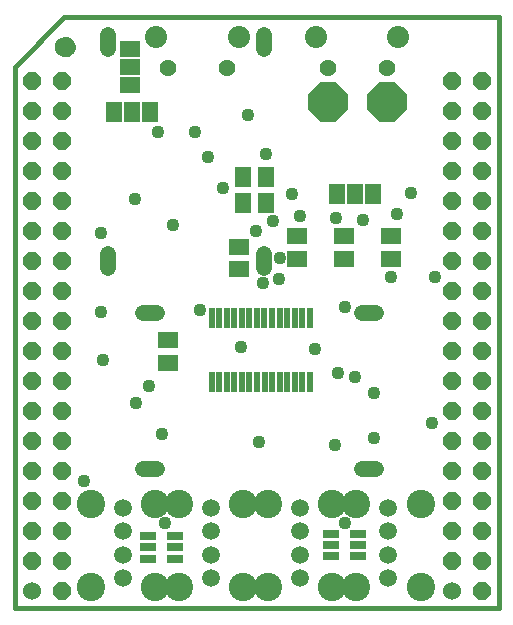
<source format=gbs>
G75*
%MOIN*%
%OFA0B0*%
%FSLAX24Y24*%
%IPPOS*%
%LPD*%
%AMOC8*
5,1,8,0,0,1.08239X$1,22.5*
%
%ADD10C,0.0160*%
%ADD11C,0.0000*%
%ADD12C,0.0690*%
%ADD13C,0.0600*%
%ADD14OC8,0.0600*%
%ADD15R,0.0198X0.0651*%
%ADD16OC8,0.1310*%
%ADD17C,0.0532*%
%ADD18R,0.0651X0.0572*%
%ADD19R,0.0572X0.0651*%
%ADD20R,0.0520X0.0690*%
%ADD21C,0.0591*%
%ADD22C,0.0946*%
%ADD23R,0.0690X0.0520*%
%ADD24C,0.0739*%
%ADD25C,0.0562*%
%ADD26R,0.0532X0.0296*%
%ADD27C,0.0436*%
D10*
X002254Y004003D02*
X018396Y004003D01*
X018396Y023688D01*
X003907Y023688D01*
X002254Y022034D01*
X002254Y004003D01*
D11*
X003632Y022704D02*
X003634Y022739D01*
X003640Y022774D01*
X003650Y022808D01*
X003663Y022841D01*
X003680Y022872D01*
X003701Y022900D01*
X003724Y022927D01*
X003751Y022950D01*
X003779Y022971D01*
X003810Y022988D01*
X003843Y023001D01*
X003877Y023011D01*
X003912Y023017D01*
X003947Y023019D01*
X003982Y023017D01*
X004017Y023011D01*
X004051Y023001D01*
X004084Y022988D01*
X004115Y022971D01*
X004143Y022950D01*
X004170Y022927D01*
X004193Y022900D01*
X004214Y022872D01*
X004231Y022841D01*
X004244Y022808D01*
X004254Y022774D01*
X004260Y022739D01*
X004262Y022704D01*
X004260Y022669D01*
X004254Y022634D01*
X004244Y022600D01*
X004231Y022567D01*
X004214Y022536D01*
X004193Y022508D01*
X004170Y022481D01*
X004143Y022458D01*
X004115Y022437D01*
X004084Y022420D01*
X004051Y022407D01*
X004017Y022397D01*
X003982Y022391D01*
X003947Y022389D01*
X003912Y022391D01*
X003877Y022397D01*
X003843Y022407D01*
X003810Y022420D01*
X003779Y022437D01*
X003751Y022458D01*
X003724Y022481D01*
X003701Y022508D01*
X003680Y022536D01*
X003663Y022567D01*
X003650Y022600D01*
X003640Y022634D01*
X003634Y022669D01*
X003632Y022704D01*
D12*
X003947Y022704D03*
D13*
X002825Y004558D03*
X016825Y004558D03*
D14*
X016825Y005558D03*
X017825Y005558D03*
X017825Y004558D03*
X017825Y006558D03*
X017825Y007558D03*
X017825Y008558D03*
X017825Y009558D03*
X017825Y010558D03*
X017825Y011558D03*
X017825Y012558D03*
X017825Y013558D03*
X017825Y014558D03*
X017825Y015558D03*
X017825Y016558D03*
X017825Y017558D03*
X017825Y018558D03*
X017825Y019558D03*
X017825Y020558D03*
X017825Y021558D03*
X016825Y021558D03*
X016825Y020558D03*
X016825Y019558D03*
X016825Y018558D03*
X016825Y017558D03*
X016825Y016558D03*
X016825Y015558D03*
X016825Y014558D03*
X016825Y013558D03*
X016825Y012558D03*
X016825Y011558D03*
X016825Y010558D03*
X016825Y009558D03*
X016825Y008558D03*
X016825Y007558D03*
X016825Y006558D03*
X003825Y006558D03*
X003825Y007558D03*
X003825Y008558D03*
X003825Y009558D03*
X003825Y010558D03*
X003825Y011558D03*
X003825Y012558D03*
X003825Y013558D03*
X003825Y014558D03*
X003825Y015558D03*
X003825Y016558D03*
X003825Y017558D03*
X003825Y018558D03*
X003825Y019558D03*
X003825Y020558D03*
X003825Y021558D03*
X002825Y021558D03*
X002825Y020558D03*
X002825Y019558D03*
X002825Y018558D03*
X002825Y017558D03*
X002825Y016558D03*
X002825Y015558D03*
X002825Y014558D03*
X002825Y013558D03*
X002825Y012558D03*
X002825Y011558D03*
X002825Y010558D03*
X002825Y009558D03*
X002825Y008558D03*
X002825Y007558D03*
X002825Y006558D03*
X002825Y005558D03*
X003825Y005558D03*
X003825Y004558D03*
D15*
X008820Y011524D03*
X009072Y011524D03*
X009324Y011524D03*
X009576Y011524D03*
X009828Y011524D03*
X010080Y011524D03*
X010332Y011524D03*
X010584Y011524D03*
X010836Y011524D03*
X011088Y011524D03*
X011340Y011524D03*
X011592Y011524D03*
X011844Y011524D03*
X012096Y011524D03*
X012096Y013650D03*
X011844Y013650D03*
X011592Y013650D03*
X011340Y013650D03*
X011088Y013650D03*
X010836Y013650D03*
X010576Y013650D03*
X010332Y013650D03*
X010080Y013650D03*
X009828Y013650D03*
X009576Y013650D03*
X009324Y013650D03*
X009072Y013650D03*
X008820Y013650D03*
D16*
X012687Y020853D03*
X014655Y020853D03*
D17*
X010570Y022633D02*
X010570Y023105D01*
X005370Y023105D02*
X005370Y022633D01*
X005370Y015805D02*
X005370Y015333D01*
X006536Y013840D02*
X007009Y013840D01*
X010570Y015333D02*
X010570Y015805D01*
X013836Y013840D02*
X014309Y013840D01*
X014309Y008640D02*
X013836Y008640D01*
X007009Y008640D02*
X006536Y008640D01*
D18*
X007372Y012172D03*
X007372Y012920D03*
X009734Y015282D03*
X009734Y016031D03*
X011663Y016385D03*
X011663Y015637D03*
X013238Y015637D03*
X013238Y016385D03*
X014813Y016385D03*
X014813Y015637D03*
D19*
X010620Y017507D03*
X010620Y018373D03*
X009872Y018373D03*
X009872Y017507D03*
D20*
X006751Y020538D03*
X006151Y020538D03*
X005551Y020538D03*
X012992Y017782D03*
X013592Y017782D03*
X014192Y017782D03*
D21*
X014714Y007342D03*
X014714Y006554D03*
X014714Y005767D03*
X014714Y004979D03*
X011762Y004979D03*
X011762Y005767D03*
X011762Y006554D03*
X011762Y007342D03*
X008809Y007342D03*
X008809Y006554D03*
X008809Y005767D03*
X008809Y004979D03*
X005856Y004979D03*
X005856Y005767D03*
X005856Y006554D03*
X005856Y007342D03*
D22*
X004785Y007448D03*
X004785Y004692D03*
X006927Y004692D03*
X007738Y004692D03*
X009880Y004692D03*
X010691Y004692D03*
X012833Y004692D03*
X013644Y004692D03*
X015785Y004692D03*
X015785Y007448D03*
X013644Y007448D03*
X012833Y007448D03*
X010691Y007448D03*
X009880Y007448D03*
X007738Y007448D03*
X006927Y007448D03*
D23*
X006112Y021434D03*
X006112Y022034D03*
X006112Y022634D03*
D24*
X006978Y023019D03*
X009734Y023019D03*
X012293Y023019D03*
X015049Y023019D03*
D25*
X014655Y021985D03*
X012687Y021985D03*
X009340Y021985D03*
X007372Y021985D03*
D26*
X007608Y006385D03*
X007608Y006011D03*
X007608Y005637D03*
X006703Y005637D03*
X006703Y006011D03*
X006703Y006385D03*
X012805Y006464D03*
X012805Y006090D03*
X012805Y005716D03*
X013710Y005716D03*
X013710Y006090D03*
X013710Y006464D03*
D27*
X013277Y006838D03*
X012923Y009436D03*
X014222Y009672D03*
X014222Y011168D03*
X013592Y011680D03*
X013041Y011838D03*
X012254Y012625D03*
X013277Y014042D03*
X014813Y015027D03*
X016270Y015027D03*
X015010Y017113D03*
X015482Y017822D03*
X013868Y016916D03*
X012962Y016995D03*
X011781Y017074D03*
X011506Y017782D03*
X010876Y016877D03*
X010285Y016562D03*
X011112Y015656D03*
X011073Y014948D03*
X010522Y014830D03*
X009813Y012704D03*
X008435Y013924D03*
X006742Y011405D03*
X006309Y010814D03*
X007175Y009790D03*
X005207Y012271D03*
X005128Y013845D03*
X005128Y016483D03*
X006270Y017625D03*
X007529Y016759D03*
X009183Y017979D03*
X008710Y019042D03*
X008277Y019869D03*
X007018Y019869D03*
X010049Y020420D03*
X010640Y019121D03*
X016151Y010145D03*
X010403Y009515D03*
X007254Y006838D03*
X004577Y008216D03*
M02*

</source>
